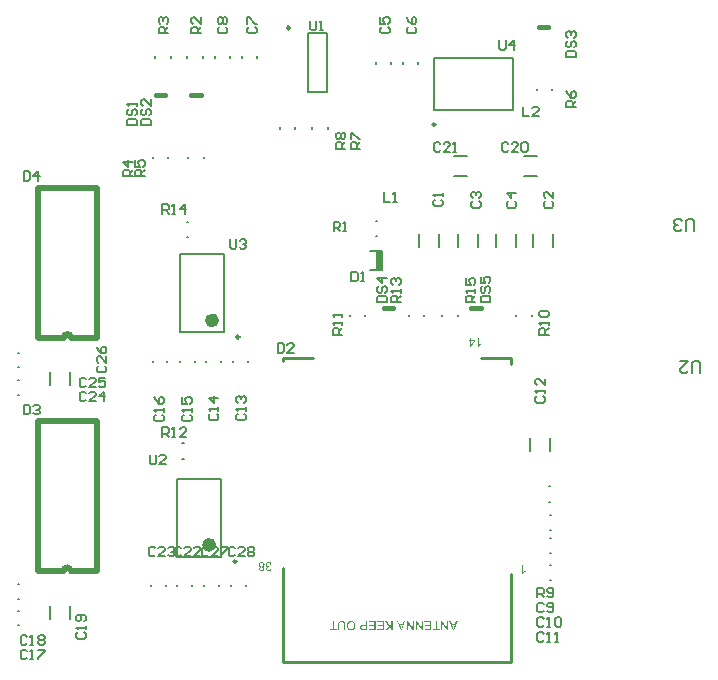
<source format=gto>
G04*
G04 #@! TF.GenerationSoftware,Altium Limited,Altium Designer,18.1.7 (191)*
G04*
G04 Layer_Color=65535*
%FSLAX25Y25*%
%MOIN*%
G70*
G01*
G75*
%ADD10C,0.01968*%
%ADD11C,0.00984*%
%ADD12C,0.02362*%
%ADD13C,0.00787*%
%ADD14C,0.01575*%
%ADD15C,0.01000*%
%ADD16C,0.00700*%
%ADD17R,0.02362X0.06299*%
G36*
X209464Y-205808D02*
X209031D01*
X207791Y-202781D01*
X208247D01*
X208598Y-203696D01*
X209871D01*
X210199Y-202781D01*
X210622D01*
X209464Y-205808D01*
D02*
G37*
G36*
X192080D02*
X191647D01*
X190407Y-202781D01*
X190863D01*
X191214Y-203696D01*
X192487D01*
X192815Y-202781D01*
X193238D01*
X192080Y-205808D01*
D02*
G37*
G36*
X188931D02*
X188531D01*
Y-204309D01*
X187029Y-205808D01*
X186485D01*
X187754Y-204581D01*
X186429Y-202781D01*
X186960D01*
X188036Y-204309D01*
X188531Y-203830D01*
Y-202781D01*
X188931D01*
Y-205808D01*
D02*
G37*
G36*
X207476D02*
X207066D01*
X205476Y-203430D01*
Y-205808D01*
X205092D01*
Y-202781D01*
X205505D01*
X207093Y-205155D01*
Y-202781D01*
X207476D01*
Y-205808D01*
D02*
G37*
G36*
X199021D02*
X198611D01*
X197020Y-203430D01*
Y-205808D01*
X196636D01*
Y-202781D01*
X197049D01*
X198637Y-205155D01*
Y-202781D01*
X199021D01*
Y-205808D01*
D02*
G37*
G36*
X195967D02*
X195557D01*
X193966Y-203430D01*
Y-205808D01*
X193582D01*
Y-202781D01*
X193996D01*
X195583Y-205155D01*
Y-202781D01*
X195967D01*
Y-205808D01*
D02*
G37*
G36*
X203649Y-205451D02*
X204646D01*
Y-205808D01*
X202252D01*
Y-205451D01*
X203249D01*
Y-202781D01*
X203649D01*
Y-205451D01*
D02*
G37*
G36*
X201828Y-205808D02*
X199637D01*
Y-205451D01*
X201428D01*
Y-204526D01*
X199752D01*
Y-204168D01*
X201428D01*
Y-203138D01*
X199568D01*
Y-202781D01*
X201828D01*
Y-205808D01*
D02*
G37*
G36*
X186084D02*
X183893D01*
Y-205451D01*
X185684D01*
Y-204526D01*
X184008D01*
Y-204168D01*
X185684D01*
Y-203138D01*
X183825D01*
Y-202781D01*
X186084D01*
Y-205808D01*
D02*
G37*
G36*
X183264D02*
X181072D01*
Y-205451D01*
X182863D01*
Y-204526D01*
X181187D01*
Y-204168D01*
X182863D01*
Y-203138D01*
X181004D01*
Y-202781D01*
X183264D01*
Y-205808D01*
D02*
G37*
G36*
X180453D02*
X179206D01*
X179141Y-205805D01*
X179065Y-205802D01*
X178990Y-205795D01*
X178918Y-205788D01*
X178882Y-205785D01*
X178852Y-205779D01*
X178849D01*
X178842Y-205775D01*
X178829D01*
X178816Y-205772D01*
X178796Y-205766D01*
X178773Y-205762D01*
X178721Y-205746D01*
X178662Y-205726D01*
X178599Y-205700D01*
X178537Y-205670D01*
X178478Y-205634D01*
X178475D01*
X178472Y-205631D01*
X178452Y-205615D01*
X178426Y-205592D01*
X178390Y-205559D01*
X178353Y-205520D01*
X178311Y-205467D01*
X178271Y-205411D01*
X178235Y-205342D01*
Y-205339D01*
X178232Y-205332D01*
X178226Y-205323D01*
X178219Y-205310D01*
X178212Y-205293D01*
X178206Y-205270D01*
X178186Y-205221D01*
X178170Y-205159D01*
X178153Y-205090D01*
X178144Y-205011D01*
X178140Y-204929D01*
Y-204926D01*
Y-204913D01*
Y-204893D01*
X178144Y-204864D01*
X178147Y-204831D01*
X178153Y-204795D01*
X178160Y-204752D01*
X178170Y-204703D01*
X178183Y-204654D01*
X178199Y-204601D01*
X178219Y-204549D01*
X178245Y-204493D01*
X178271Y-204437D01*
X178304Y-204381D01*
X178344Y-204329D01*
X178386Y-204276D01*
X178390Y-204273D01*
X178399Y-204267D01*
X178412Y-204253D01*
X178435Y-204234D01*
X178462Y-204214D01*
X178498Y-204191D01*
X178540Y-204168D01*
X178590Y-204145D01*
X178649Y-204119D01*
X178711Y-204096D01*
X178786Y-204073D01*
X178865Y-204053D01*
X178957Y-204037D01*
X179055Y-204024D01*
X179160Y-204014D01*
X179278Y-204011D01*
X180052D01*
Y-202781D01*
X180453D01*
Y-205808D01*
D02*
G37*
G36*
X172036Y-202735D02*
X172072D01*
X172112Y-202738D01*
X172161Y-202745D01*
X172210Y-202751D01*
X172321Y-202768D01*
X172440Y-202794D01*
X172554Y-202830D01*
X172610Y-202850D01*
X172663Y-202876D01*
X172666Y-202879D01*
X172676Y-202882D01*
X172689Y-202892D01*
X172705Y-202902D01*
X172728Y-202919D01*
X172754Y-202938D01*
X172781Y-202958D01*
X172810Y-202984D01*
X172876Y-203043D01*
X172938Y-203115D01*
X172997Y-203201D01*
X173023Y-203250D01*
X173046Y-203299D01*
Y-203302D01*
X173050Y-203312D01*
X173056Y-203328D01*
X173063Y-203351D01*
X173073Y-203378D01*
X173082Y-203414D01*
X173092Y-203453D01*
X173102Y-203499D01*
X173115Y-203552D01*
X173125Y-203607D01*
X173135Y-203670D01*
X173142Y-203738D01*
X173151Y-203811D01*
X173155Y-203889D01*
X173161Y-203971D01*
Y-204060D01*
Y-205808D01*
X172761D01*
Y-204060D01*
Y-204057D01*
Y-204044D01*
Y-204024D01*
Y-203994D01*
X172758Y-203961D01*
Y-203925D01*
X172754Y-203883D01*
X172751Y-203840D01*
X172745Y-203745D01*
X172731Y-203650D01*
X172712Y-203558D01*
X172702Y-203515D01*
X172689Y-203479D01*
Y-203476D01*
X172686Y-203473D01*
X172682Y-203463D01*
X172676Y-203450D01*
X172656Y-203414D01*
X172630Y-203374D01*
X172597Y-203325D01*
X172554Y-203279D01*
X172502Y-203233D01*
X172440Y-203191D01*
X172436D01*
X172430Y-203187D01*
X172420Y-203181D01*
X172407Y-203174D01*
X172390Y-203168D01*
X172367Y-203161D01*
X172345Y-203151D01*
X172318Y-203141D01*
X172253Y-203125D01*
X172177Y-203109D01*
X172092Y-203096D01*
X172000Y-203092D01*
X171957D01*
X171928Y-203096D01*
X171892Y-203099D01*
X171849Y-203102D01*
X171803Y-203109D01*
X171754Y-203118D01*
X171652Y-203141D01*
X171600Y-203158D01*
X171547Y-203178D01*
X171498Y-203201D01*
X171452Y-203227D01*
X171410Y-203256D01*
X171370Y-203292D01*
X171367Y-203296D01*
X171360Y-203302D01*
X171354Y-203315D01*
X171341Y-203332D01*
X171328Y-203355D01*
X171311Y-203384D01*
X171292Y-203420D01*
X171275Y-203463D01*
X171259Y-203512D01*
X171239Y-203568D01*
X171223Y-203630D01*
X171210Y-203699D01*
X171196Y-203778D01*
X171187Y-203863D01*
X171183Y-203958D01*
X171180Y-204060D01*
Y-205808D01*
X170780D01*
Y-204060D01*
Y-204053D01*
Y-204040D01*
Y-204017D01*
Y-203984D01*
X170783Y-203945D01*
X170786Y-203903D01*
X170790Y-203853D01*
X170793Y-203798D01*
X170806Y-203683D01*
X170823Y-203561D01*
X170849Y-203443D01*
X170865Y-203387D01*
X170885Y-203335D01*
Y-203332D01*
X170888Y-203322D01*
X170895Y-203309D01*
X170905Y-203289D01*
X170918Y-203266D01*
X170931Y-203240D01*
X170970Y-203181D01*
X170993Y-203145D01*
X171019Y-203112D01*
X171052Y-203073D01*
X171085Y-203036D01*
X171124Y-203000D01*
X171164Y-202964D01*
X171210Y-202932D01*
X171259Y-202899D01*
X171262Y-202895D01*
X171272Y-202892D01*
X171285Y-202882D01*
X171308Y-202872D01*
X171334Y-202859D01*
X171367Y-202846D01*
X171403Y-202830D01*
X171449Y-202817D01*
X171495Y-202800D01*
X171547Y-202784D01*
X171606Y-202771D01*
X171669Y-202758D01*
X171738Y-202748D01*
X171810Y-202738D01*
X171885Y-202735D01*
X171964Y-202731D01*
X172007D01*
X172036Y-202735D01*
D02*
G37*
G36*
X169343Y-205451D02*
X170340D01*
Y-205808D01*
X167946D01*
Y-205451D01*
X168943D01*
Y-202781D01*
X169343D01*
Y-205451D01*
D02*
G37*
G36*
X175205Y-202735D02*
X175241Y-202738D01*
X175287Y-202741D01*
X175332Y-202748D01*
X175388Y-202758D01*
X175444Y-202768D01*
X175506Y-202781D01*
X175569Y-202797D01*
X175634Y-202817D01*
X175700Y-202840D01*
X175766Y-202869D01*
X175831Y-202899D01*
X175897Y-202935D01*
X175900Y-202938D01*
X175910Y-202945D01*
X175929Y-202958D01*
X175952Y-202974D01*
X175979Y-202994D01*
X176012Y-203020D01*
X176048Y-203050D01*
X176087Y-203082D01*
X176130Y-203122D01*
X176169Y-203165D01*
X176212Y-203210D01*
X176254Y-203260D01*
X176297Y-203315D01*
X176336Y-203371D01*
X176372Y-203433D01*
X176408Y-203499D01*
X176412Y-203502D01*
X176415Y-203515D01*
X176425Y-203535D01*
X176435Y-203561D01*
X176448Y-203594D01*
X176461Y-203633D01*
X176477Y-203676D01*
X176494Y-203729D01*
X176510Y-203781D01*
X176526Y-203840D01*
X176540Y-203903D01*
X176553Y-203968D01*
X176572Y-204106D01*
X176576Y-204181D01*
X176579Y-204253D01*
Y-204257D01*
Y-204263D01*
Y-204273D01*
Y-204286D01*
X176576Y-204306D01*
Y-204326D01*
X176572Y-204378D01*
X176566Y-204440D01*
X176556Y-204516D01*
X176546Y-204594D01*
X176530Y-204683D01*
X176507Y-204778D01*
X176480Y-204873D01*
X176448Y-204972D01*
X176408Y-205070D01*
X176362Y-205169D01*
X176310Y-205260D01*
X176248Y-205352D01*
X176175Y-205434D01*
X176172Y-205437D01*
X176156Y-205454D01*
X176133Y-205474D01*
X176103Y-205500D01*
X176061Y-205533D01*
X176015Y-205569D01*
X175959Y-205608D01*
X175893Y-205647D01*
X175821Y-205687D01*
X175742Y-205726D01*
X175657Y-205762D01*
X175562Y-205795D01*
X175464Y-205821D01*
X175359Y-205841D01*
X175247Y-205857D01*
X175129Y-205861D01*
X175090D01*
X175060Y-205857D01*
X175021Y-205854D01*
X174978Y-205851D01*
X174932Y-205844D01*
X174880Y-205834D01*
X174821Y-205824D01*
X174762Y-205811D01*
X174699Y-205795D01*
X174634Y-205775D01*
X174568Y-205752D01*
X174503Y-205726D01*
X174440Y-205697D01*
X174375Y-205661D01*
X174372Y-205657D01*
X174358Y-205651D01*
X174342Y-205641D01*
X174319Y-205625D01*
X174290Y-205605D01*
X174260Y-205578D01*
X174224Y-205549D01*
X174185Y-205516D01*
X174142Y-205477D01*
X174099Y-205434D01*
X174057Y-205388D01*
X174014Y-205339D01*
X173975Y-205287D01*
X173932Y-205228D01*
X173896Y-205165D01*
X173860Y-205100D01*
X173856Y-205096D01*
X173853Y-205083D01*
X173843Y-205064D01*
X173834Y-205037D01*
X173817Y-205005D01*
X173804Y-204962D01*
X173788Y-204916D01*
X173771Y-204864D01*
X173755Y-204808D01*
X173738Y-204745D01*
X173722Y-204677D01*
X173709Y-204608D01*
X173699Y-204532D01*
X173689Y-204453D01*
X173686Y-204375D01*
X173683Y-204290D01*
Y-204283D01*
Y-204270D01*
Y-204244D01*
X173686Y-204211D01*
X173689Y-204171D01*
X173693Y-204125D01*
X173699Y-204073D01*
X173706Y-204014D01*
X173715Y-203952D01*
X173729Y-203886D01*
X173742Y-203817D01*
X173761Y-203748D01*
X173784Y-203676D01*
X173807Y-203607D01*
X173837Y-203535D01*
X173870Y-203466D01*
X173873Y-203463D01*
X173880Y-203450D01*
X173889Y-203430D01*
X173902Y-203407D01*
X173922Y-203378D01*
X173945Y-203342D01*
X173975Y-203302D01*
X174004Y-203260D01*
X174040Y-203217D01*
X174080Y-203171D01*
X174126Y-203125D01*
X174171Y-203079D01*
X174221Y-203036D01*
X174276Y-202994D01*
X174335Y-202951D01*
X174398Y-202915D01*
X174401Y-202912D01*
X174414Y-202909D01*
X174431Y-202899D01*
X174457Y-202886D01*
X174490Y-202872D01*
X174526Y-202856D01*
X174568Y-202840D01*
X174618Y-202823D01*
X174670Y-202807D01*
X174726Y-202790D01*
X174788Y-202774D01*
X174850Y-202761D01*
X174988Y-202738D01*
X175060Y-202735D01*
X175132Y-202731D01*
X175175D01*
X175205Y-202735D01*
D02*
G37*
G36*
X232515Y-186396D02*
X232522Y-186389D01*
X232538Y-186373D01*
X232568Y-186350D01*
X232610Y-186317D01*
X232660Y-186277D01*
X232722Y-186235D01*
X232791Y-186189D01*
X232870Y-186140D01*
X232873D01*
X232879Y-186133D01*
X232889Y-186127D01*
X232906Y-186120D01*
X232925Y-186107D01*
X232948Y-186097D01*
X233001Y-186068D01*
X233060Y-186038D01*
X233125Y-186005D01*
X233194Y-185976D01*
X233260Y-185950D01*
Y-186307D01*
X233257Y-186310D01*
X233247Y-186314D01*
X233230Y-186323D01*
X233207Y-186333D01*
X233181Y-186346D01*
X233148Y-186366D01*
X233112Y-186386D01*
X233076Y-186405D01*
X232991Y-186458D01*
X232899Y-186520D01*
X232804Y-186586D01*
X232715Y-186661D01*
X232712Y-186665D01*
X232705Y-186671D01*
X232692Y-186681D01*
X232676Y-186697D01*
X232660Y-186717D01*
X232637Y-186737D01*
X232587Y-186793D01*
X232532Y-186852D01*
X232476Y-186920D01*
X232427Y-186993D01*
X232384Y-187068D01*
X232145D01*
Y-184031D01*
X232515D01*
Y-186396D01*
D02*
G37*
G36*
X215236Y-108968D02*
X216554D01*
Y-109309D01*
X215170Y-111271D01*
X214865D01*
Y-109309D01*
X214455D01*
Y-108968D01*
X214865D01*
Y-108243D01*
X215236D01*
Y-108968D01*
D02*
G37*
G36*
X217752Y-110608D02*
X217758Y-110602D01*
X217775Y-110585D01*
X217804Y-110562D01*
X217847Y-110529D01*
X217896Y-110490D01*
X217958Y-110448D01*
X218027Y-110401D01*
X218106Y-110352D01*
X218109D01*
X218116Y-110346D01*
X218125Y-110339D01*
X218142Y-110333D01*
X218162Y-110320D01*
X218184Y-110310D01*
X218237Y-110280D01*
X218296Y-110251D01*
X218362Y-110218D01*
X218430Y-110188D01*
X218496Y-110162D01*
Y-110520D01*
X218493Y-110523D01*
X218483Y-110526D01*
X218466Y-110536D01*
X218444Y-110546D01*
X218417Y-110559D01*
X218385Y-110579D01*
X218349Y-110598D01*
X218312Y-110618D01*
X218227Y-110670D01*
X218135Y-110733D01*
X218040Y-110798D01*
X217952Y-110874D01*
X217948Y-110877D01*
X217942Y-110884D01*
X217929Y-110894D01*
X217912Y-110910D01*
X217896Y-110930D01*
X217873Y-110949D01*
X217824Y-111005D01*
X217768Y-111064D01*
X217712Y-111133D01*
X217663Y-111205D01*
X217620Y-111281D01*
X217381D01*
Y-108243D01*
X217752D01*
Y-110608D01*
D02*
G37*
G36*
X147693Y-183050D02*
X147719D01*
X147755Y-183053D01*
X147794Y-183060D01*
X147837Y-183066D01*
X147886Y-183076D01*
X147939Y-183089D01*
X147991Y-183106D01*
X148047Y-183122D01*
X148102Y-183145D01*
X148158Y-183174D01*
X148211Y-183204D01*
X148266Y-183240D01*
X148316Y-183283D01*
X148319Y-183286D01*
X148326Y-183292D01*
X148339Y-183306D01*
X148358Y-183325D01*
X148378Y-183348D01*
X148401Y-183378D01*
X148424Y-183411D01*
X148450Y-183450D01*
X148476Y-183489D01*
X148503Y-183538D01*
X148529Y-183588D01*
X148552Y-183643D01*
X148572Y-183703D01*
X148591Y-183765D01*
X148604Y-183830D01*
X148614Y-183899D01*
X148243Y-183949D01*
Y-183945D01*
X148240Y-183935D01*
X148237Y-183919D01*
X148230Y-183896D01*
X148224Y-183870D01*
X148217Y-183840D01*
X148194Y-183771D01*
X148165Y-183696D01*
X148129Y-183621D01*
X148083Y-183552D01*
X148057Y-183522D01*
X148030Y-183493D01*
X148027D01*
X148024Y-183486D01*
X148014Y-183479D01*
X148004Y-183470D01*
X147971Y-183450D01*
X147925Y-183424D01*
X147870Y-183397D01*
X147807Y-183378D01*
X147732Y-183361D01*
X147653Y-183355D01*
X147627D01*
X147607Y-183358D01*
X147588Y-183361D01*
X147558Y-183365D01*
X147499Y-183378D01*
X147427Y-183397D01*
X147351Y-183430D01*
X147315Y-183453D01*
X147279Y-183476D01*
X147243Y-183502D01*
X147207Y-183535D01*
X147204Y-183538D01*
X147201Y-183545D01*
X147191Y-183555D01*
X147178Y-183568D01*
X147164Y-183584D01*
X147151Y-183607D01*
X147135Y-183630D01*
X147115Y-183660D01*
X147082Y-183725D01*
X147056Y-183801D01*
X147033Y-183889D01*
X147030Y-183935D01*
X147027Y-183984D01*
Y-183988D01*
Y-183994D01*
Y-184011D01*
X147030Y-184027D01*
X147033Y-184050D01*
X147037Y-184073D01*
X147046Y-184132D01*
X147069Y-184201D01*
X147099Y-184270D01*
X147118Y-184306D01*
X147142Y-184339D01*
X147168Y-184372D01*
X147197Y-184404D01*
X147201Y-184408D01*
X147204Y-184411D01*
X147214Y-184421D01*
X147227Y-184431D01*
X147243Y-184444D01*
X147263Y-184457D01*
X147312Y-184490D01*
X147374Y-184519D01*
X147447Y-184545D01*
X147529Y-184565D01*
X147574Y-184568D01*
X147620Y-184572D01*
X147640D01*
X147663Y-184568D01*
X147693D01*
X147732Y-184562D01*
X147775Y-184555D01*
X147827Y-184545D01*
X147883Y-184532D01*
X147843Y-184857D01*
X147837D01*
X147820Y-184854D01*
X147801Y-184851D01*
X147758D01*
X147742Y-184854D01*
X147719D01*
X147696Y-184857D01*
X147640Y-184867D01*
X147574Y-184880D01*
X147502Y-184903D01*
X147427Y-184932D01*
X147355Y-184975D01*
X147351D01*
X147345Y-184982D01*
X147338Y-184988D01*
X147325Y-184998D01*
X147292Y-185028D01*
X147256Y-185070D01*
X147223Y-185123D01*
X147191Y-185188D01*
X147178Y-185224D01*
X147171Y-185267D01*
X147164Y-185310D01*
X147161Y-185356D01*
Y-185359D01*
Y-185365D01*
Y-185375D01*
X147164Y-185392D01*
X147168Y-185428D01*
X147178Y-185477D01*
X147194Y-185529D01*
X147220Y-185585D01*
X147256Y-185644D01*
X147276Y-185670D01*
X147302Y-185697D01*
X147309Y-185703D01*
X147328Y-185716D01*
X147358Y-185739D01*
X147397Y-185766D01*
X147450Y-185789D01*
X147512Y-185811D01*
X147581Y-185825D01*
X147660Y-185831D01*
X147679D01*
X147696Y-185828D01*
X147715D01*
X147735Y-185825D01*
X147788Y-185815D01*
X147843Y-185798D01*
X147906Y-185772D01*
X147965Y-185739D01*
X148024Y-185693D01*
X148030Y-185687D01*
X148047Y-185667D01*
X148073Y-185638D01*
X148099Y-185592D01*
X148132Y-185536D01*
X148161Y-185464D01*
X148188Y-185382D01*
X148207Y-185287D01*
X148578Y-185352D01*
Y-185356D01*
X148575Y-185369D01*
X148572Y-185388D01*
X148565Y-185415D01*
X148555Y-185444D01*
X148545Y-185480D01*
X148532Y-185520D01*
X148516Y-185562D01*
X148473Y-185657D01*
X148450Y-185703D01*
X148421Y-185752D01*
X148388Y-185798D01*
X148352Y-185844D01*
X148312Y-185890D01*
X148270Y-185930D01*
X148266Y-185933D01*
X148260Y-185939D01*
X148243Y-185949D01*
X148227Y-185962D01*
X148201Y-185979D01*
X148175Y-185995D01*
X148142Y-186015D01*
X148102Y-186035D01*
X148063Y-186051D01*
X148017Y-186071D01*
X147968Y-186087D01*
X147915Y-186103D01*
X147856Y-186117D01*
X147798Y-186126D01*
X147735Y-186133D01*
X147669Y-186136D01*
X147627D01*
X147604Y-186133D01*
X147581Y-186130D01*
X147519Y-186123D01*
X147450Y-186110D01*
X147371Y-186090D01*
X147292Y-186064D01*
X147214Y-186028D01*
X147210D01*
X147204Y-186025D01*
X147194Y-186018D01*
X147178Y-186008D01*
X147142Y-185985D01*
X147096Y-185952D01*
X147043Y-185910D01*
X146991Y-185861D01*
X146938Y-185805D01*
X146892Y-185739D01*
Y-185736D01*
X146889Y-185733D01*
X146882Y-185720D01*
X146876Y-185706D01*
X146866Y-185690D01*
X146856Y-185670D01*
X146836Y-185621D01*
X146817Y-185562D01*
X146797Y-185497D01*
X146784Y-185424D01*
X146781Y-185349D01*
Y-185346D01*
Y-185339D01*
Y-185329D01*
Y-185316D01*
X146787Y-185277D01*
X146794Y-185231D01*
X146807Y-185175D01*
X146827Y-185116D01*
X146853Y-185054D01*
X146889Y-184992D01*
Y-184988D01*
X146892Y-184985D01*
X146909Y-184965D01*
X146932Y-184936D01*
X146968Y-184900D01*
X147010Y-184857D01*
X147066Y-184814D01*
X147128Y-184775D01*
X147201Y-184736D01*
X147197D01*
X147187Y-184732D01*
X147174Y-184729D01*
X147155Y-184722D01*
X147135Y-184716D01*
X147109Y-184706D01*
X147046Y-184680D01*
X146981Y-184644D01*
X146912Y-184601D01*
X146843Y-184545D01*
X146784Y-184476D01*
X146781Y-184473D01*
X146777Y-184467D01*
X146771Y-184457D01*
X146761Y-184441D01*
X146748Y-184424D01*
X146735Y-184401D01*
X146722Y-184375D01*
X146709Y-184342D01*
X146695Y-184309D01*
X146682Y-184273D01*
X146656Y-184191D01*
X146640Y-184096D01*
X146633Y-184044D01*
Y-183991D01*
Y-183988D01*
Y-183975D01*
X146636Y-183952D01*
Y-183925D01*
X146643Y-183889D01*
X146650Y-183850D01*
X146656Y-183807D01*
X146669Y-183758D01*
X146686Y-183706D01*
X146705Y-183653D01*
X146728Y-183598D01*
X146758Y-183542D01*
X146791Y-183483D01*
X146830Y-183427D01*
X146872Y-183371D01*
X146925Y-183319D01*
X146928Y-183315D01*
X146938Y-183306D01*
X146955Y-183292D01*
X146977Y-183276D01*
X147004Y-183256D01*
X147040Y-183233D01*
X147079Y-183207D01*
X147125Y-183184D01*
X147174Y-183158D01*
X147230Y-183132D01*
X147289Y-183109D01*
X147355Y-183089D01*
X147424Y-183073D01*
X147496Y-183060D01*
X147571Y-183050D01*
X147653Y-183046D01*
X147669D01*
X147693Y-183050D01*
D02*
G37*
G36*
X145315Y-183053D02*
X145347D01*
X145383Y-183056D01*
X145429Y-183063D01*
X145478Y-183073D01*
X145531Y-183082D01*
X145587Y-183096D01*
X145646Y-183115D01*
X145705Y-183135D01*
X145767Y-183161D01*
X145826Y-183191D01*
X145885Y-183227D01*
X145944Y-183266D01*
X145997Y-183312D01*
X146000Y-183315D01*
X146010Y-183325D01*
X146023Y-183338D01*
X146039Y-183361D01*
X146059Y-183388D01*
X146082Y-183417D01*
X146108Y-183453D01*
X146131Y-183496D01*
X146157Y-183542D01*
X146184Y-183591D01*
X146207Y-183647D01*
X146226Y-183703D01*
X146243Y-183765D01*
X146256Y-183834D01*
X146266Y-183903D01*
X146269Y-183975D01*
Y-183978D01*
Y-183988D01*
Y-184004D01*
X146266Y-184024D01*
Y-184050D01*
X146262Y-184080D01*
X146256Y-184113D01*
X146249Y-184149D01*
X146233Y-184224D01*
X146207Y-184306D01*
X146171Y-184388D01*
X146148Y-184427D01*
X146121Y-184467D01*
X146118Y-184470D01*
X146115Y-184476D01*
X146105Y-184486D01*
X146092Y-184500D01*
X146079Y-184516D01*
X146059Y-184532D01*
X146036Y-184555D01*
X146010Y-184575D01*
X145951Y-184621D01*
X145879Y-184667D01*
X145793Y-184706D01*
X145695Y-184739D01*
X145698D01*
X145705Y-184742D01*
X145718Y-184749D01*
X145731Y-184755D01*
X145751Y-184762D01*
X145774Y-184775D01*
X145823Y-184801D01*
X145879Y-184834D01*
X145934Y-184877D01*
X145990Y-184923D01*
X146036Y-184978D01*
Y-184982D01*
X146039Y-184985D01*
X146046Y-184995D01*
X146053Y-185008D01*
X146072Y-185041D01*
X146092Y-185083D01*
X146112Y-185139D01*
X146131Y-185205D01*
X146144Y-185277D01*
X146148Y-185356D01*
Y-185359D01*
Y-185369D01*
X146144Y-185388D01*
Y-185411D01*
X146141Y-185438D01*
X146134Y-185470D01*
X146128Y-185506D01*
X146118Y-185549D01*
X146105Y-185592D01*
X146089Y-185634D01*
X146072Y-185680D01*
X146049Y-185730D01*
X146020Y-185775D01*
X145990Y-185821D01*
X145954Y-185867D01*
X145911Y-185910D01*
X145908Y-185913D01*
X145902Y-185920D01*
X145888Y-185930D01*
X145869Y-185946D01*
X145846Y-185962D01*
X145816Y-185982D01*
X145783Y-186002D01*
X145744Y-186025D01*
X145702Y-186044D01*
X145652Y-186064D01*
X145603Y-186084D01*
X145547Y-186100D01*
X145485Y-186117D01*
X145423Y-186126D01*
X145354Y-186133D01*
X145282Y-186136D01*
X145242D01*
X145216Y-186133D01*
X145183Y-186130D01*
X145144Y-186123D01*
X145101Y-186117D01*
X145052Y-186107D01*
X145003Y-186094D01*
X144950Y-186081D01*
X144898Y-186061D01*
X144845Y-186038D01*
X144790Y-186012D01*
X144740Y-185979D01*
X144688Y-185946D01*
X144642Y-185903D01*
X144639Y-185900D01*
X144632Y-185893D01*
X144619Y-185880D01*
X144603Y-185864D01*
X144586Y-185841D01*
X144567Y-185815D01*
X144544Y-185782D01*
X144521Y-185749D01*
X144498Y-185710D01*
X144475Y-185667D01*
X144455Y-185621D01*
X144439Y-185572D01*
X144422Y-185520D01*
X144409Y-185464D01*
X144403Y-185405D01*
X144399Y-185346D01*
Y-185343D01*
Y-185336D01*
Y-185326D01*
Y-185310D01*
X144403Y-185293D01*
X144406Y-185270D01*
X144413Y-185221D01*
X144426Y-185165D01*
X144445Y-185103D01*
X144475Y-185041D01*
X144511Y-184978D01*
Y-184975D01*
X144518Y-184972D01*
X144531Y-184952D01*
X144557Y-184926D01*
X144593Y-184890D01*
X144642Y-184854D01*
X144698Y-184811D01*
X144767Y-184775D01*
X144845Y-184739D01*
X144842D01*
X144832Y-184736D01*
X144819Y-184729D01*
X144799Y-184722D01*
X144777Y-184713D01*
X144750Y-184700D01*
X144688Y-184667D01*
X144619Y-184627D01*
X144550Y-184575D01*
X144481Y-184516D01*
X144422Y-184444D01*
X144419Y-184441D01*
X144416Y-184434D01*
X144409Y-184424D01*
X144399Y-184408D01*
X144389Y-184388D01*
X144376Y-184365D01*
X144363Y-184339D01*
X144347Y-184309D01*
X144321Y-184240D01*
X144298Y-184158D01*
X144281Y-184066D01*
X144275Y-184017D01*
Y-183965D01*
Y-183962D01*
Y-183949D01*
X144278Y-183929D01*
Y-183899D01*
X144285Y-183867D01*
X144288Y-183827D01*
X144298Y-183784D01*
X144307Y-183739D01*
X144324Y-183686D01*
X144340Y-183634D01*
X144363Y-183581D01*
X144389Y-183525D01*
X144422Y-183470D01*
X144458Y-183417D01*
X144501Y-183361D01*
X144550Y-183312D01*
X144553Y-183309D01*
X144563Y-183302D01*
X144580Y-183289D01*
X144599Y-183273D01*
X144629Y-183250D01*
X144662Y-183230D01*
X144701Y-183204D01*
X144744Y-183181D01*
X144793Y-183158D01*
X144849Y-183132D01*
X144908Y-183112D01*
X144970Y-183092D01*
X145039Y-183073D01*
X145111Y-183060D01*
X145190Y-183053D01*
X145272Y-183050D01*
X145291D01*
X145315Y-183053D01*
D02*
G37*
%LPC*%
G36*
X209756Y-204021D02*
X208723D01*
X209041Y-204860D01*
Y-204864D01*
X209048Y-204877D01*
X209054Y-204896D01*
X209064Y-204926D01*
X209077Y-204955D01*
X209090Y-204995D01*
X209107Y-205037D01*
X209123Y-205083D01*
X209156Y-205185D01*
X209192Y-205290D01*
X209228Y-205395D01*
X209258Y-205493D01*
Y-205490D01*
X209261Y-205480D01*
X209264Y-205464D01*
X209267Y-205444D01*
X209274Y-205415D01*
X209280Y-205385D01*
X209290Y-205349D01*
X209300Y-205310D01*
X209310Y-205267D01*
X209323Y-205221D01*
X209353Y-205123D01*
X209385Y-205018D01*
X209422Y-204909D01*
X209756Y-204021D01*
D02*
G37*
G36*
X192372D02*
X191339D01*
X191657Y-204860D01*
Y-204864D01*
X191664Y-204877D01*
X191670Y-204896D01*
X191680Y-204926D01*
X191693Y-204955D01*
X191706Y-204995D01*
X191723Y-205037D01*
X191739Y-205083D01*
X191772Y-205185D01*
X191808Y-205290D01*
X191844Y-205395D01*
X191874Y-205493D01*
Y-205490D01*
X191877Y-205480D01*
X191880Y-205464D01*
X191883Y-205444D01*
X191890Y-205415D01*
X191896Y-205385D01*
X191906Y-205349D01*
X191916Y-205310D01*
X191926Y-205267D01*
X191939Y-205221D01*
X191969Y-205123D01*
X192001Y-205018D01*
X192038Y-204909D01*
X192372Y-204021D01*
D02*
G37*
G36*
X180052Y-204368D02*
X179236D01*
X179209Y-204372D01*
X179177D01*
X179141Y-204375D01*
X179098Y-204381D01*
X179055Y-204388D01*
X178963Y-204404D01*
X178872Y-204431D01*
X178829Y-204447D01*
X178790Y-204467D01*
X178750Y-204486D01*
X178718Y-204513D01*
X178714Y-204516D01*
X178711Y-204519D01*
X178701Y-204529D01*
X178691Y-204539D01*
X178665Y-204572D01*
X178636Y-204618D01*
X178606Y-204677D01*
X178580Y-204745D01*
X178560Y-204827D01*
X178557Y-204870D01*
X178553Y-204919D01*
Y-204923D01*
Y-204929D01*
Y-204939D01*
Y-204952D01*
X178560Y-204988D01*
X178567Y-205031D01*
X178576Y-205083D01*
X178596Y-205136D01*
X178619Y-205191D01*
X178652Y-205244D01*
X178655Y-205251D01*
X178668Y-205267D01*
X178691Y-205290D01*
X178718Y-205316D01*
X178757Y-205346D01*
X178799Y-205375D01*
X178849Y-205401D01*
X178904Y-205421D01*
X178908D01*
X178924Y-205424D01*
X178950Y-205431D01*
X178990Y-205437D01*
X179013D01*
X179039Y-205441D01*
X179072Y-205444D01*
X179104Y-205447D01*
X179144D01*
X179183Y-205451D01*
X180052D01*
Y-204368D01*
D02*
G37*
G36*
X175136Y-203073D02*
X175116D01*
X175093Y-203076D01*
X175060Y-203079D01*
X175021Y-203082D01*
X174978Y-203089D01*
X174926Y-203099D01*
X174873Y-203112D01*
X174814Y-203128D01*
X174755Y-203148D01*
X174693Y-203174D01*
X174631Y-203207D01*
X174568Y-203243D01*
X174506Y-203282D01*
X174447Y-203332D01*
X174391Y-203387D01*
X174388Y-203391D01*
X174378Y-203404D01*
X174365Y-203420D01*
X174345Y-203447D01*
X174322Y-203479D01*
X174296Y-203519D01*
X174270Y-203565D01*
X174244Y-203620D01*
X174217Y-203679D01*
X174188Y-203748D01*
X174165Y-203820D01*
X174142Y-203903D01*
X174122Y-203991D01*
X174109Y-204083D01*
X174099Y-204185D01*
X174096Y-204290D01*
Y-204293D01*
Y-204306D01*
Y-204326D01*
X174099Y-204352D01*
Y-204385D01*
X174102Y-204421D01*
X174106Y-204463D01*
X174112Y-204509D01*
X174126Y-204611D01*
X174148Y-204719D01*
X174181Y-204827D01*
X174224Y-204936D01*
Y-204939D01*
X174230Y-204949D01*
X174237Y-204962D01*
X174247Y-204982D01*
X174260Y-205005D01*
X174276Y-205031D01*
X174316Y-205093D01*
X174368Y-205162D01*
X174431Y-205231D01*
X174503Y-205300D01*
X174588Y-205362D01*
X174591Y-205365D01*
X174598Y-205369D01*
X174611Y-205375D01*
X174631Y-205385D01*
X174654Y-205398D01*
X174680Y-205411D01*
X174709Y-205424D01*
X174745Y-205441D01*
X174785Y-205454D01*
X174824Y-205467D01*
X174916Y-205493D01*
X175018Y-205510D01*
X175073Y-205516D01*
X175149D01*
X175169Y-205513D01*
X175201D01*
X175237Y-205506D01*
X175280Y-205500D01*
X175326Y-205490D01*
X175378Y-205480D01*
X175434Y-205464D01*
X175493Y-205444D01*
X175556Y-205421D01*
X175615Y-205392D01*
X175677Y-205359D01*
X175739Y-205319D01*
X175802Y-205274D01*
X175861Y-205221D01*
X175864Y-205218D01*
X175874Y-205208D01*
X175890Y-205188D01*
X175907Y-205165D01*
X175933Y-205133D01*
X175956Y-205093D01*
X175985Y-205044D01*
X176012Y-204991D01*
X176041Y-204926D01*
X176070Y-204854D01*
X176093Y-204775D01*
X176117Y-204686D01*
X176136Y-204591D01*
X176153Y-204486D01*
X176162Y-204372D01*
X176166Y-204247D01*
Y-204240D01*
Y-204224D01*
X176162Y-204194D01*
Y-204155D01*
X176156Y-204109D01*
X176149Y-204057D01*
X176143Y-203998D01*
X176130Y-203935D01*
X176113Y-203866D01*
X176093Y-203794D01*
X176070Y-203725D01*
X176041Y-203653D01*
X176008Y-203581D01*
X175969Y-203512D01*
X175926Y-203447D01*
X175874Y-203384D01*
X175871Y-203381D01*
X175861Y-203371D01*
X175844Y-203355D01*
X175821Y-203335D01*
X175792Y-203312D01*
X175756Y-203286D01*
X175716Y-203256D01*
X175670Y-203230D01*
X175621Y-203201D01*
X175562Y-203171D01*
X175503Y-203145D01*
X175437Y-203122D01*
X175369Y-203102D01*
X175293Y-203086D01*
X175218Y-203076D01*
X175136Y-203073D01*
D02*
G37*
G36*
X216190Y-109309D02*
X215236D01*
Y-110674D01*
X216190Y-109309D01*
D02*
G37*
G36*
X145272Y-183355D02*
X145246D01*
X145226Y-183358D01*
X145203Y-183361D01*
X145177Y-183365D01*
X145114Y-183378D01*
X145045Y-183397D01*
X144970Y-183427D01*
X144934Y-183447D01*
X144898Y-183470D01*
X144862Y-183496D01*
X144829Y-183525D01*
X144826Y-183529D01*
X144823Y-183532D01*
X144813Y-183542D01*
X144803Y-183555D01*
X144790Y-183574D01*
X144773Y-183594D01*
X144757Y-183617D01*
X144740Y-183643D01*
X144711Y-183706D01*
X144681Y-183781D01*
X144662Y-183863D01*
X144659Y-183909D01*
X144655Y-183958D01*
Y-183962D01*
Y-183971D01*
Y-183984D01*
X144659Y-184004D01*
X144662Y-184027D01*
X144665Y-184053D01*
X144678Y-184116D01*
X144698Y-184185D01*
X144731Y-184260D01*
X144750Y-184296D01*
X144777Y-184332D01*
X144803Y-184368D01*
X144836Y-184401D01*
X144839Y-184404D01*
X144842Y-184408D01*
X144852Y-184417D01*
X144868Y-184427D01*
X144885Y-184444D01*
X144904Y-184457D01*
X144931Y-184473D01*
X144957Y-184490D01*
X145023Y-184522D01*
X145098Y-184552D01*
X145187Y-184572D01*
X145232Y-184575D01*
X145282Y-184578D01*
X145308D01*
X145324Y-184575D01*
X145347Y-184572D01*
X145373Y-184568D01*
X145436Y-184555D01*
X145505Y-184536D01*
X145577Y-184506D01*
X145613Y-184486D01*
X145649Y-184463D01*
X145685Y-184434D01*
X145718Y-184404D01*
X145721Y-184401D01*
X145724Y-184398D01*
X145734Y-184388D01*
X145744Y-184375D01*
X145757Y-184355D01*
X145770Y-184335D01*
X145787Y-184312D01*
X145803Y-184286D01*
X145836Y-184224D01*
X145862Y-184149D01*
X145882Y-184063D01*
X145885Y-184021D01*
X145888Y-183971D01*
Y-183968D01*
Y-183965D01*
Y-183945D01*
X145885Y-183912D01*
X145879Y-183873D01*
X145872Y-183827D01*
X145859Y-183775D01*
X145839Y-183719D01*
X145816Y-183663D01*
X145813Y-183657D01*
X145803Y-183640D01*
X145783Y-183611D01*
X145761Y-183578D01*
X145728Y-183542D01*
X145692Y-183506D01*
X145646Y-183466D01*
X145593Y-183433D01*
X145590D01*
X145587Y-183430D01*
X145567Y-183420D01*
X145537Y-183407D01*
X145495Y-183394D01*
X145449Y-183381D01*
X145393Y-183368D01*
X145334Y-183358D01*
X145272Y-183355D01*
D02*
G37*
G36*
Y-184883D02*
X145252D01*
X145236Y-184887D01*
X145216D01*
X145196Y-184890D01*
X145147Y-184900D01*
X145091Y-184916D01*
X145032Y-184939D01*
X144973Y-184972D01*
X144918Y-185018D01*
X144911Y-185024D01*
X144895Y-185041D01*
X144875Y-185070D01*
X144849Y-185110D01*
X144823Y-185155D01*
X144803Y-185214D01*
X144786Y-185277D01*
X144780Y-185346D01*
Y-185349D01*
Y-185356D01*
Y-185365D01*
X144783Y-185382D01*
X144786Y-185418D01*
X144796Y-185467D01*
X144813Y-185520D01*
X144839Y-185579D01*
X144875Y-185634D01*
X144895Y-185664D01*
X144921Y-185690D01*
Y-185693D01*
X144927Y-185697D01*
X144947Y-185713D01*
X144977Y-185736D01*
X145019Y-185762D01*
X145069Y-185785D01*
X145131Y-185808D01*
X145200Y-185825D01*
X145236Y-185831D01*
X145295D01*
X145311Y-185828D01*
X145328D01*
X145351Y-185825D01*
X145400Y-185815D01*
X145456Y-185798D01*
X145515Y-185772D01*
X145574Y-185739D01*
X145629Y-185693D01*
X145636Y-185687D01*
X145652Y-185670D01*
X145672Y-185641D01*
X145698Y-185602D01*
X145724Y-185556D01*
X145744Y-185500D01*
X145761Y-185438D01*
X145767Y-185369D01*
Y-185365D01*
Y-185359D01*
Y-185349D01*
X145764Y-185333D01*
Y-185313D01*
X145761Y-185293D01*
X145751Y-185244D01*
X145734Y-185188D01*
X145711Y-185129D01*
X145679Y-185070D01*
X145633Y-185018D01*
X145626Y-185011D01*
X145606Y-184998D01*
X145577Y-184975D01*
X145534Y-184952D01*
X145485Y-184926D01*
X145423Y-184903D01*
X145351Y-184890D01*
X145272Y-184883D01*
D02*
G37*
%LPD*%
D10*
X81762Y-108287D02*
G03*
X79262Y-108287I-1250J0D01*
G01*
X81762Y-186122D02*
G03*
X79262Y-186122I-1250J0D01*
G01*
X81762Y-108287D02*
X90413D01*
X70610D02*
X79262D01*
X70610D02*
Y-58287D01*
X90413D01*
Y-108287D02*
Y-58287D01*
X81762Y-186122D02*
X90413D01*
X70610D02*
X79262D01*
X70610D02*
Y-136122D01*
X90413D01*
Y-186122D02*
Y-136122D01*
D11*
X154724Y-5029D02*
G03*
X154724Y-5029I-492J0D01*
G01*
X203248Y-37205D02*
G03*
X203248Y-37205I-492J0D01*
G01*
X137894Y-108071D02*
G03*
X137894Y-108071I-492J0D01*
G01*
X136909Y-182874D02*
G03*
X136909Y-182874I-492J0D01*
G01*
D12*
X129921Y-102559D02*
G03*
X129921Y-102559I-1181J0D01*
G01*
X128937Y-177362D02*
G03*
X128937Y-177362I-1181J0D01*
G01*
D13*
X64173Y-195374D02*
X64567D01*
X64173Y-190453D02*
X64567D01*
X64173Y-204232D02*
X64567D01*
X64173Y-199311D02*
X64567D01*
X81496Y-201968D02*
Y-197638D01*
X74803Y-201968D02*
Y-197638D01*
X160630Y-26575D02*
X166929D01*
X160630Y-6890D02*
X166929D01*
Y-26575D02*
Y-6890D01*
X160630Y-26575D02*
Y-6890D01*
X143602Y-14961D02*
Y-14567D01*
X138681Y-14961D02*
Y-14567D01*
X134744Y-14961D02*
Y-14567D01*
X129823Y-14961D02*
Y-14567D01*
X120472Y-14961D02*
Y-14567D01*
X125591Y-14961D02*
Y-14567D01*
X109843Y-14961D02*
Y-14567D01*
X114961Y-14961D02*
Y-14567D01*
X120866Y-48425D02*
Y-48031D01*
X125984Y-48425D02*
Y-48031D01*
X109055Y-48425D02*
Y-48031D01*
X114173Y-48425D02*
Y-48031D01*
X120275Y-69651D02*
X120669D01*
X120275Y-74769D02*
X120669D01*
X209449Y-54528D02*
X213780D01*
X209449Y-47835D02*
X213780D01*
X232677D02*
X237008D01*
X232677Y-54528D02*
X237008D01*
Y-25679D02*
Y-25285D01*
X242126Y-25679D02*
Y-25285D01*
X202756Y-32283D02*
X229134D01*
X202756Y-14961D02*
X229134D01*
X202756Y-32283D02*
Y-14961D01*
X229134Y-32283D02*
Y-14961D01*
X192421Y-16929D02*
Y-16535D01*
X197343Y-16929D02*
Y-16535D01*
X183563Y-16929D02*
Y-16535D01*
X188484Y-16929D02*
Y-16535D01*
X167323Y-38583D02*
Y-38189D01*
X162205Y-38583D02*
Y-38189D01*
X156496Y-38583D02*
Y-38189D01*
X151378Y-38583D02*
Y-38189D01*
X181496Y-85827D02*
X185433D01*
X181496Y-79528D02*
X185433D01*
Y-85827D02*
Y-79528D01*
X183268Y-74409D02*
X183661D01*
X183268Y-69291D02*
X183661D01*
X174606Y-100984D02*
Y-100591D01*
X179724Y-100984D02*
Y-100591D01*
X194291Y-100984D02*
Y-100591D01*
X199409Y-100984D02*
Y-100591D01*
X205512Y-100984D02*
Y-100591D01*
X210630Y-100984D02*
Y-100591D01*
X230197Y-100984D02*
Y-100591D01*
X235315Y-100984D02*
Y-100591D01*
X242520Y-77953D02*
Y-73622D01*
X235827Y-77953D02*
Y-73622D01*
X230118Y-77953D02*
Y-73622D01*
X223425Y-77953D02*
Y-73622D01*
X217323Y-77953D02*
Y-73622D01*
X210630Y-77953D02*
Y-73622D01*
X204528Y-77953D02*
Y-73622D01*
X197835Y-77953D02*
Y-73622D01*
X241339Y-175197D02*
X241732D01*
X241339Y-180118D02*
X241732D01*
X241339Y-167323D02*
X241732D01*
X241339Y-172244D02*
X241732D01*
X241339Y-184055D02*
X241732D01*
X241339Y-188976D02*
X241732D01*
X240945Y-162992D02*
X241339D01*
X240945Y-157874D02*
X241339D01*
X131791Y-116339D02*
Y-115945D01*
X126870Y-116339D02*
Y-115945D01*
X140650Y-116339D02*
Y-115945D01*
X135728Y-116339D02*
Y-115945D01*
X122933Y-116339D02*
Y-115945D01*
X118012Y-116339D02*
Y-115945D01*
X118897Y-143504D02*
X119291D01*
X118897Y-148622D02*
X119291D01*
X113878Y-116339D02*
Y-115945D01*
X108957Y-116339D02*
Y-115945D01*
X81496Y-124213D02*
Y-119882D01*
X74803Y-124213D02*
Y-119882D01*
X64173Y-127461D02*
X64567D01*
X64173Y-122539D02*
X64567D01*
X64173Y-118209D02*
X64567D01*
X64173Y-113287D02*
X64567D01*
X118110Y-80512D02*
X132677D01*
X118110Y-106496D02*
X132677D01*
X118110D02*
Y-80512D01*
X132677Y-106496D02*
Y-80512D01*
X234842Y-146117D02*
Y-141787D01*
X241535Y-146117D02*
Y-141787D01*
X131693Y-181299D02*
Y-155315D01*
X117126Y-181299D02*
Y-155315D01*
Y-181299D02*
X131693D01*
X117126Y-155315D02*
X131693D01*
X108514Y-191142D02*
Y-190748D01*
X113435Y-191142D02*
Y-190748D01*
X117106Y-191142D02*
Y-190748D01*
X122028Y-191142D02*
Y-190748D01*
X135089Y-191142D02*
Y-190748D01*
X140010Y-191142D02*
Y-190748D01*
X126230Y-191142D02*
Y-190748D01*
X131152Y-191142D02*
Y-190748D01*
X65945Y-52903D02*
Y-56102D01*
X67544D01*
X68077Y-55569D01*
Y-53437D01*
X67544Y-52903D01*
X65945D01*
X70743Y-56102D02*
Y-52903D01*
X69144Y-54503D01*
X71276D01*
X67093Y-207964D02*
X66560Y-207431D01*
X65494D01*
X64961Y-207964D01*
Y-210097D01*
X65494Y-210630D01*
X66560D01*
X67093Y-210097D01*
X68160Y-210630D02*
X69226D01*
X68693D01*
Y-207431D01*
X68160Y-207964D01*
X70825D02*
X71359Y-207431D01*
X72425D01*
X72958Y-207964D01*
Y-208497D01*
X72425Y-209030D01*
X72958Y-209564D01*
Y-210097D01*
X72425Y-210630D01*
X71359D01*
X70825Y-210097D01*
Y-209564D01*
X71359Y-209030D01*
X70825Y-208497D01*
Y-207964D01*
X71359Y-209030D02*
X72425D01*
X67093Y-212885D02*
X66560Y-212352D01*
X65494D01*
X64961Y-212885D01*
Y-215018D01*
X65494Y-215551D01*
X66560D01*
X67093Y-215018D01*
X68160Y-215551D02*
X69226D01*
X68693D01*
Y-212352D01*
X68160Y-212885D01*
X70825Y-212352D02*
X72958D01*
Y-212885D01*
X70825Y-215018D01*
Y-215551D01*
X83948Y-206529D02*
X83415Y-207062D01*
Y-208128D01*
X83948Y-208661D01*
X86081D01*
X86614Y-208128D01*
Y-207062D01*
X86081Y-206529D01*
X86614Y-205462D02*
Y-204396D01*
Y-204929D01*
X83415D01*
X83948Y-205462D01*
X86081Y-202797D02*
X86614Y-202263D01*
Y-201197D01*
X86081Y-200664D01*
X83948D01*
X83415Y-201197D01*
Y-202263D01*
X83948Y-202797D01*
X84482D01*
X85015Y-202263D01*
Y-200664D01*
X161417Y-2706D02*
Y-5372D01*
X161951Y-5906D01*
X163017D01*
X163550Y-5372D01*
Y-2706D01*
X164616Y-5906D02*
X165683D01*
X165149D01*
Y-2706D01*
X164616Y-3240D01*
X140937Y-4757D02*
X140403Y-5290D01*
Y-6357D01*
X140937Y-6890D01*
X143069D01*
X143602Y-6357D01*
Y-5290D01*
X143069Y-4757D01*
X140403Y-3691D02*
Y-1558D01*
X140937D01*
X143069Y-3691D01*
X143602D01*
X131193Y-4757D02*
X130659Y-5290D01*
Y-6357D01*
X131193Y-6890D01*
X133325D01*
X133858Y-6357D01*
Y-5290D01*
X133325Y-4757D01*
X131193Y-3691D02*
X130659Y-3158D01*
Y-2091D01*
X131193Y-1558D01*
X131726D01*
X132259Y-2091D01*
X132792Y-1558D01*
X133325D01*
X133858Y-2091D01*
Y-3158D01*
X133325Y-3691D01*
X132792D01*
X132259Y-3158D01*
X131726Y-3691D01*
X131193D01*
X132259Y-3158D02*
Y-2091D01*
X125000Y-6890D02*
X121801D01*
Y-5290D01*
X122334Y-4757D01*
X123400D01*
X123934Y-5290D01*
Y-6890D01*
Y-5823D02*
X125000Y-4757D01*
Y-1558D02*
Y-3691D01*
X122867Y-1558D01*
X122334D01*
X121801Y-2091D01*
Y-3158D01*
X122334Y-3691D01*
X114173Y-6890D02*
X110974D01*
Y-5290D01*
X111507Y-4757D01*
X112574D01*
X113107Y-5290D01*
Y-6890D01*
Y-5823D02*
X114173Y-4757D01*
X111507Y-3691D02*
X110974Y-3158D01*
Y-2091D01*
X111507Y-1558D01*
X112041D01*
X112574Y-2091D01*
Y-2624D01*
Y-2091D01*
X113107Y-1558D01*
X113640D01*
X114173Y-2091D01*
Y-3158D01*
X113640Y-3691D01*
X105069Y-37402D02*
X108268D01*
Y-35802D01*
X107735Y-35269D01*
X105602D01*
X105069Y-35802D01*
Y-37402D01*
X105602Y-32070D02*
X105069Y-32603D01*
Y-33669D01*
X105602Y-34203D01*
X106135D01*
X106668Y-33669D01*
Y-32603D01*
X107201Y-32070D01*
X107735D01*
X108268Y-32603D01*
Y-33669D01*
X107735Y-34203D01*
X108268Y-28871D02*
Y-31004D01*
X106135Y-28871D01*
X105602D01*
X105069Y-29404D01*
Y-30470D01*
X105602Y-31004D01*
X100541Y-37402D02*
X103740D01*
Y-35802D01*
X103207Y-35269D01*
X101074D01*
X100541Y-35802D01*
Y-37402D01*
X101074Y-32070D02*
X100541Y-32603D01*
Y-33669D01*
X101074Y-34203D01*
X101608D01*
X102141Y-33669D01*
Y-32603D01*
X102674Y-32070D01*
X103207D01*
X103740Y-32603D01*
Y-33669D01*
X103207Y-34203D01*
X103740Y-31004D02*
Y-29937D01*
Y-30470D01*
X100541D01*
X101074Y-31004D01*
X106299Y-54500D02*
X103100D01*
Y-52900D01*
X103633Y-52367D01*
X104700D01*
X105233Y-52900D01*
Y-54500D01*
Y-53434D02*
X106299Y-52367D01*
X103100Y-49168D02*
Y-51301D01*
X104700D01*
X104167Y-50235D01*
Y-49701D01*
X104700Y-49168D01*
X105766D01*
X106299Y-49701D01*
Y-50768D01*
X105766Y-51301D01*
X102362Y-54500D02*
X99163D01*
Y-52900D01*
X99696Y-52367D01*
X100763D01*
X101296Y-52900D01*
Y-54500D01*
Y-53434D02*
X102362Y-52367D01*
Y-49701D02*
X99163D01*
X100763Y-51301D01*
Y-49168D01*
X112205Y-66929D02*
Y-63730D01*
X113804D01*
X114337Y-64263D01*
Y-65330D01*
X113804Y-65863D01*
X112205D01*
X113271D02*
X114337Y-66929D01*
X115404D02*
X116470D01*
X115937D01*
Y-63730D01*
X115404Y-64263D01*
X119669Y-66929D02*
Y-63730D01*
X118070Y-65330D01*
X120202D01*
X204889Y-43594D02*
X204355Y-43061D01*
X203289D01*
X202756Y-43594D01*
Y-45727D01*
X203289Y-46260D01*
X204355D01*
X204889Y-45727D01*
X208087Y-46260D02*
X205955D01*
X208087Y-44127D01*
Y-43594D01*
X207554Y-43061D01*
X206488D01*
X205955Y-43594D01*
X209154Y-46260D02*
X210220D01*
X209687D01*
Y-43061D01*
X209154Y-43594D01*
X227526D02*
X226993Y-43061D01*
X225927D01*
X225394Y-43594D01*
Y-45727D01*
X225927Y-46260D01*
X226993D01*
X227526Y-45727D01*
X230725Y-46260D02*
X228593D01*
X230725Y-44127D01*
Y-43594D01*
X230192Y-43061D01*
X229126D01*
X228593Y-43594D01*
X231792D02*
X232325Y-43061D01*
X233391D01*
X233924Y-43594D01*
Y-45727D01*
X233391Y-46260D01*
X232325D01*
X231792Y-45727D01*
Y-43594D01*
X232283Y-31250D02*
Y-34449D01*
X234416D01*
X237615D02*
X235482D01*
X237615Y-32316D01*
Y-31783D01*
X237082Y-31250D01*
X236016D01*
X235482Y-31783D01*
X250000Y-31496D02*
X246801D01*
Y-29897D01*
X247334Y-29363D01*
X248400D01*
X248934Y-29897D01*
Y-31496D01*
Y-30430D02*
X250000Y-29363D01*
X246801Y-26164D02*
X247334Y-27231D01*
X248400Y-28297D01*
X249467D01*
X250000Y-27764D01*
Y-26698D01*
X249467Y-26164D01*
X248934D01*
X248400Y-26698D01*
Y-28297D01*
X246801Y-14764D02*
X250000D01*
Y-13164D01*
X249467Y-12631D01*
X247334D01*
X246801Y-13164D01*
Y-14764D01*
X247334Y-9432D02*
X246801Y-9965D01*
Y-11032D01*
X247334Y-11565D01*
X247867D01*
X248400Y-11032D01*
Y-9965D01*
X248934Y-9432D01*
X249467D01*
X250000Y-9965D01*
Y-11032D01*
X249467Y-11565D01*
X247334Y-8366D02*
X246801Y-7833D01*
Y-6766D01*
X247334Y-6233D01*
X247867D01*
X248400Y-6766D01*
Y-7299D01*
Y-6766D01*
X248934Y-6233D01*
X249467D01*
X250000Y-6766D01*
Y-7833D01*
X249467Y-8366D01*
X224500Y-9201D02*
Y-11866D01*
X225033Y-12400D01*
X226099D01*
X226633Y-11866D01*
Y-9201D01*
X229298Y-12400D02*
Y-9201D01*
X227699Y-10800D01*
X229832D01*
X194185Y-4757D02*
X193651Y-5290D01*
Y-6357D01*
X194185Y-6890D01*
X196317D01*
X196850Y-6357D01*
Y-5290D01*
X196317Y-4757D01*
X193651Y-1558D02*
X194185Y-2624D01*
X195251Y-3691D01*
X196317D01*
X196850Y-3158D01*
Y-2091D01*
X196317Y-1558D01*
X195784D01*
X195251Y-2091D01*
Y-3691D01*
X185326Y-4757D02*
X184793Y-5290D01*
Y-6357D01*
X185326Y-6890D01*
X187459D01*
X187992Y-6357D01*
Y-5290D01*
X187459Y-4757D01*
X184793Y-1558D02*
Y-3691D01*
X186393D01*
X185860Y-2624D01*
Y-2091D01*
X186393Y-1558D01*
X187459D01*
X187992Y-2091D01*
Y-3158D01*
X187459Y-3691D01*
X178150Y-45276D02*
X174951D01*
Y-43676D01*
X175484Y-43143D01*
X176550D01*
X177083Y-43676D01*
Y-45276D01*
Y-44209D02*
X178150Y-43143D01*
X174951Y-42077D02*
Y-39944D01*
X175484D01*
X177617Y-42077D01*
X178150D01*
X173228Y-45276D02*
X170029D01*
Y-43676D01*
X170563Y-43143D01*
X171629D01*
X172162Y-43676D01*
Y-45276D01*
Y-44209D02*
X173228Y-43143D01*
X170563Y-42077D02*
X170029Y-41543D01*
Y-40477D01*
X170563Y-39944D01*
X171096D01*
X171629Y-40477D01*
X172162Y-39944D01*
X172695D01*
X173228Y-40477D01*
Y-41543D01*
X172695Y-42077D01*
X172162D01*
X171629Y-41543D01*
X171096Y-42077D01*
X170563D01*
X171629Y-41543D02*
Y-40477D01*
X186024Y-59793D02*
Y-62992D01*
X188156D01*
X189223D02*
X190289D01*
X189756D01*
Y-59793D01*
X189223Y-60326D01*
X175197Y-86368D02*
Y-89567D01*
X176796D01*
X177330Y-89034D01*
Y-86901D01*
X176796Y-86368D01*
X175197D01*
X178396Y-89567D02*
X179462D01*
X178929D01*
Y-86368D01*
X178396Y-86901D01*
X169291Y-72835D02*
Y-69636D01*
X170891D01*
X171424Y-70169D01*
Y-71235D01*
X170891Y-71768D01*
X169291D01*
X170358D02*
X171424Y-72835D01*
X172490D02*
X173557D01*
X173023D01*
Y-69636D01*
X172490Y-70169D01*
X172244Y-107283D02*
X169045D01*
Y-105684D01*
X169578Y-105151D01*
X170645D01*
X171178Y-105684D01*
Y-107283D01*
Y-106217D02*
X172244Y-105151D01*
Y-104085D02*
Y-103018D01*
Y-103551D01*
X169045D01*
X169578Y-104085D01*
X172244Y-101419D02*
Y-100352D01*
Y-100885D01*
X169045D01*
X169578Y-101419D01*
X191600Y-96457D02*
X188401D01*
Y-94857D01*
X188934Y-94324D01*
X190000D01*
X190534Y-94857D01*
Y-96457D01*
Y-95390D02*
X191600Y-94324D01*
Y-93258D02*
Y-92191D01*
Y-92725D01*
X188401D01*
X188934Y-93258D01*
Y-90592D02*
X188401Y-90059D01*
Y-88992D01*
X188934Y-88459D01*
X189467D01*
X190000Y-88992D01*
Y-89526D01*
Y-88992D01*
X190534Y-88459D01*
X191067D01*
X191600Y-88992D01*
Y-90059D01*
X191067Y-90592D01*
X183888Y-96457D02*
X187087D01*
Y-94857D01*
X186554Y-94324D01*
X184421D01*
X183888Y-94857D01*
Y-96457D01*
X184421Y-91125D02*
X183888Y-91658D01*
Y-92725D01*
X184421Y-93258D01*
X184954D01*
X185487Y-92725D01*
Y-91658D01*
X186020Y-91125D01*
X186554D01*
X187087Y-91658D01*
Y-92725D01*
X186554Y-93258D01*
X187087Y-88459D02*
X183888D01*
X185487Y-90059D01*
Y-87926D01*
X216535Y-96457D02*
X213336D01*
Y-94857D01*
X213870Y-94324D01*
X214936D01*
X215469Y-94857D01*
Y-96457D01*
Y-95390D02*
X216535Y-94324D01*
Y-93258D02*
Y-92191D01*
Y-92725D01*
X213336D01*
X213870Y-93258D01*
X213336Y-88459D02*
Y-90592D01*
X214936D01*
X214403Y-89526D01*
Y-88992D01*
X214936Y-88459D01*
X216002D01*
X216535Y-88992D01*
Y-90059D01*
X216002Y-90592D01*
X218258Y-96457D02*
X221457D01*
Y-94857D01*
X220923Y-94324D01*
X218791D01*
X218258Y-94857D01*
Y-96457D01*
X218791Y-91125D02*
X218258Y-91658D01*
Y-92725D01*
X218791Y-93258D01*
X219324D01*
X219857Y-92725D01*
Y-91658D01*
X220390Y-91125D01*
X220923D01*
X221457Y-91658D01*
Y-92725D01*
X220923Y-93258D01*
X218258Y-87926D02*
Y-90059D01*
X219857D01*
X219324Y-88992D01*
Y-88459D01*
X219857Y-87926D01*
X220923D01*
X221457Y-88459D01*
Y-89526D01*
X220923Y-90059D01*
X240945Y-107283D02*
X237746D01*
Y-105684D01*
X238279Y-105151D01*
X239345D01*
X239879Y-105684D01*
Y-107283D01*
Y-106217D02*
X240945Y-105151D01*
Y-104085D02*
Y-103018D01*
Y-103551D01*
X237746D01*
X238279Y-104085D01*
Y-101419D02*
X237746Y-100885D01*
Y-99819D01*
X238279Y-99286D01*
X240412D01*
X240945Y-99819D01*
Y-100885D01*
X240412Y-101419D01*
X238279D01*
X239854Y-62828D02*
X239321Y-63361D01*
Y-64428D01*
X239854Y-64961D01*
X241986D01*
X242520Y-64428D01*
Y-63361D01*
X241986Y-62828D01*
X242520Y-59629D02*
Y-61762D01*
X240387Y-59629D01*
X239854D01*
X239321Y-60162D01*
Y-61229D01*
X239854Y-61762D01*
X227452Y-62828D02*
X226919Y-63361D01*
Y-64428D01*
X227452Y-64961D01*
X229585D01*
X230118Y-64428D01*
Y-63361D01*
X229585Y-62828D01*
X230118Y-60162D02*
X226919D01*
X228519Y-61762D01*
Y-59629D01*
X215700Y-62828D02*
X215167Y-63361D01*
Y-64428D01*
X215700Y-64961D01*
X217833D01*
X218366Y-64428D01*
Y-63361D01*
X217833Y-62828D01*
X215700Y-61762D02*
X215167Y-61229D01*
Y-60162D01*
X215700Y-59629D01*
X216234D01*
X216767Y-60162D01*
Y-60695D01*
Y-60162D01*
X217300Y-59629D01*
X217833D01*
X218366Y-60162D01*
Y-61229D01*
X217833Y-61762D01*
X203043Y-62267D02*
X202510Y-62801D01*
Y-63867D01*
X203043Y-64400D01*
X205175D01*
X205709Y-63867D01*
Y-62801D01*
X205175Y-62267D01*
X205709Y-61201D02*
Y-60135D01*
Y-60668D01*
X202510D01*
X203043Y-61201D01*
X239337Y-202059D02*
X238804Y-201525D01*
X237738D01*
X237205Y-202059D01*
Y-204191D01*
X237738Y-204724D01*
X238804D01*
X239337Y-204191D01*
X240404Y-204724D02*
X241470D01*
X240937D01*
Y-201525D01*
X240404Y-202059D01*
X243070D02*
X243603Y-201525D01*
X244669D01*
X245202Y-202059D01*
Y-204191D01*
X244669Y-204724D01*
X243603D01*
X243070Y-204191D01*
Y-202059D01*
X239337Y-197137D02*
X238804Y-196604D01*
X237738D01*
X237205Y-197137D01*
Y-199270D01*
X237738Y-199803D01*
X238804D01*
X239337Y-199270D01*
X240404D02*
X240937Y-199803D01*
X242003D01*
X242536Y-199270D01*
Y-197137D01*
X242003Y-196604D01*
X240937D01*
X240404Y-197137D01*
Y-197670D01*
X240937Y-198204D01*
X242536D01*
X239337Y-206980D02*
X238804Y-206447D01*
X237738D01*
X237205Y-206980D01*
Y-209113D01*
X237738Y-209646D01*
X238804D01*
X239337Y-209113D01*
X240404Y-209646D02*
X241470D01*
X240937D01*
Y-206447D01*
X240404Y-206980D01*
X243070Y-209646D02*
X244136D01*
X243603D01*
Y-206447D01*
X243070Y-206980D01*
X237205Y-194882D02*
Y-191683D01*
X238804D01*
X239337Y-192216D01*
Y-193282D01*
X238804Y-193816D01*
X237205D01*
X238271D02*
X239337Y-194882D01*
X240404Y-194349D02*
X240937Y-194882D01*
X242003D01*
X242536Y-194349D01*
Y-192216D01*
X242003Y-191683D01*
X240937D01*
X240404Y-192216D01*
Y-192749D01*
X240937Y-193282D01*
X242536D01*
X150591Y-110088D02*
Y-113287D01*
X152190D01*
X152723Y-112754D01*
Y-110622D01*
X152190Y-110088D01*
X150591D01*
X155922Y-113287D02*
X153789D01*
X155922Y-111155D01*
Y-110622D01*
X155389Y-110088D01*
X154323D01*
X153789Y-110622D01*
X128240Y-133694D02*
X127707Y-134227D01*
Y-135294D01*
X128240Y-135827D01*
X130372D01*
X130906Y-135294D01*
Y-134227D01*
X130372Y-133694D01*
X130906Y-132628D02*
Y-131562D01*
Y-132095D01*
X127707D01*
X128240Y-132628D01*
X130906Y-128363D02*
X127707D01*
X129306Y-129962D01*
Y-127829D01*
X137344Y-133694D02*
X136811Y-134227D01*
Y-135294D01*
X137344Y-135827D01*
X139477D01*
X140010Y-135294D01*
Y-134227D01*
X139477Y-133694D01*
X140010Y-132628D02*
Y-131562D01*
Y-132095D01*
X136811D01*
X137344Y-132628D01*
Y-129962D02*
X136811Y-129429D01*
Y-128363D01*
X137344Y-127829D01*
X137877D01*
X138410Y-128363D01*
Y-128896D01*
Y-128363D01*
X138944Y-127829D01*
X139477D01*
X140010Y-128363D01*
Y-129429D01*
X139477Y-129962D01*
X119362Y-133989D02*
X118829Y-134522D01*
Y-135589D01*
X119362Y-136122D01*
X121494D01*
X122028Y-135589D01*
Y-134522D01*
X121494Y-133989D01*
X122028Y-132923D02*
Y-131857D01*
Y-132390D01*
X118829D01*
X119362Y-132923D01*
X118829Y-128125D02*
Y-130257D01*
X120428D01*
X119895Y-129191D01*
Y-128658D01*
X120428Y-128125D01*
X121494D01*
X122028Y-128658D01*
Y-129724D01*
X121494Y-130257D01*
X112205Y-141394D02*
Y-138195D01*
X113804D01*
X114337Y-138728D01*
Y-139794D01*
X113804Y-140327D01*
X112205D01*
X113271D02*
X114337Y-141394D01*
X115404D02*
X116470D01*
X115937D01*
Y-138195D01*
X115404Y-138728D01*
X120202Y-141394D02*
X118070D01*
X120202Y-139261D01*
Y-138728D01*
X119669Y-138195D01*
X118603D01*
X118070Y-138728D01*
X109933Y-133989D02*
X109399Y-134522D01*
Y-135589D01*
X109933Y-136122D01*
X112065D01*
X112598Y-135589D01*
Y-134522D01*
X112065Y-133989D01*
X112598Y-132923D02*
Y-131857D01*
Y-132390D01*
X109399D01*
X109933Y-132923D01*
X109399Y-128125D02*
X109933Y-129191D01*
X110999Y-130257D01*
X112065D01*
X112598Y-129724D01*
Y-128658D01*
X112065Y-128125D01*
X111532D01*
X110999Y-128658D01*
Y-130257D01*
X90838Y-117749D02*
X90305Y-118282D01*
Y-119349D01*
X90838Y-119882D01*
X92971D01*
X93504Y-119349D01*
Y-118282D01*
X92971Y-117749D01*
X93504Y-114550D02*
Y-116683D01*
X91371Y-114550D01*
X90838D01*
X90305Y-115083D01*
Y-116150D01*
X90838Y-116683D01*
X90305Y-111351D02*
X90838Y-112417D01*
X91904Y-113484D01*
X92971D01*
X93504Y-112951D01*
Y-111884D01*
X92971Y-111351D01*
X92438D01*
X91904Y-111884D01*
Y-113484D01*
X86778Y-126797D02*
X86245Y-126264D01*
X85179D01*
X84646Y-126797D01*
Y-128930D01*
X85179Y-129463D01*
X86245D01*
X86778Y-128930D01*
X89977Y-129463D02*
X87845D01*
X89977Y-127331D01*
Y-126797D01*
X89444Y-126264D01*
X88378D01*
X87845Y-126797D01*
X92643Y-129463D02*
Y-126264D01*
X91044Y-127864D01*
X93176D01*
X65945Y-130659D02*
Y-133858D01*
X67544D01*
X68077Y-133325D01*
Y-131193D01*
X67544Y-130659D01*
X65945D01*
X69144Y-131193D02*
X69677Y-130659D01*
X70743D01*
X71276Y-131193D01*
Y-131726D01*
X70743Y-132259D01*
X70210D01*
X70743D01*
X71276Y-132792D01*
Y-133325D01*
X70743Y-133858D01*
X69677D01*
X69144Y-133325D01*
X86778Y-122137D02*
X86245Y-121604D01*
X85179D01*
X84646Y-122137D01*
Y-124270D01*
X85179Y-124803D01*
X86245D01*
X86778Y-124270D01*
X89977Y-124803D02*
X87845D01*
X89977Y-122670D01*
Y-122137D01*
X89444Y-121604D01*
X88378D01*
X87845Y-122137D01*
X93176Y-121604D02*
X91044D01*
Y-123204D01*
X92110Y-122670D01*
X92643D01*
X93176Y-123204D01*
Y-124270D01*
X92643Y-124803D01*
X91577D01*
X91044Y-124270D01*
X134744Y-75541D02*
Y-78207D01*
X135277Y-78740D01*
X136344D01*
X136877Y-78207D01*
Y-75541D01*
X137943Y-76074D02*
X138476Y-75541D01*
X139542D01*
X140076Y-76074D01*
Y-76608D01*
X139542Y-77141D01*
X139009D01*
X139542D01*
X140076Y-77674D01*
Y-78207D01*
X139542Y-78740D01*
X138476D01*
X137943Y-78207D01*
X237098Y-127789D02*
X236565Y-128322D01*
Y-129388D01*
X237098Y-129921D01*
X239231D01*
X239764Y-129388D01*
Y-128322D01*
X239231Y-127789D01*
X239764Y-126722D02*
Y-125656D01*
Y-126189D01*
X236565D01*
X237098Y-126722D01*
X239764Y-121924D02*
Y-124056D01*
X237631Y-121924D01*
X237098D01*
X236565Y-122457D01*
Y-123523D01*
X237098Y-124056D01*
X108000Y-147301D02*
Y-149967D01*
X108533Y-150500D01*
X109599D01*
X110133Y-149967D01*
Y-147301D01*
X113332Y-150500D02*
X111199D01*
X113332Y-148367D01*
Y-147834D01*
X112799Y-147301D01*
X111732D01*
X111199Y-147834D01*
X136433Y-178534D02*
X135899Y-178001D01*
X134833D01*
X134300Y-178534D01*
Y-180667D01*
X134833Y-181200D01*
X135899D01*
X136433Y-180667D01*
X139632Y-181200D02*
X137499D01*
X139632Y-179067D01*
Y-178534D01*
X139099Y-178001D01*
X138032D01*
X137499Y-178534D01*
X140698D02*
X141231Y-178001D01*
X142297D01*
X142831Y-178534D01*
Y-179067D01*
X142297Y-179601D01*
X142831Y-180134D01*
Y-180667D01*
X142297Y-181200D01*
X141231D01*
X140698Y-180667D01*
Y-180134D01*
X141231Y-179601D01*
X140698Y-179067D01*
Y-178534D01*
X141231Y-179601D02*
X142297D01*
X127533Y-178534D02*
X126999Y-178001D01*
X125933D01*
X125400Y-178534D01*
Y-180667D01*
X125933Y-181200D01*
X126999D01*
X127533Y-180667D01*
X130732Y-181200D02*
X128599D01*
X130732Y-179067D01*
Y-178534D01*
X130199Y-178001D01*
X129132D01*
X128599Y-178534D01*
X131798Y-178001D02*
X133931D01*
Y-178534D01*
X131798Y-180667D01*
Y-181200D01*
X109833Y-178534D02*
X109300Y-178001D01*
X108233D01*
X107700Y-178534D01*
Y-180667D01*
X108233Y-181200D01*
X109300D01*
X109833Y-180667D01*
X113032Y-181200D02*
X110899D01*
X113032Y-179067D01*
Y-178534D01*
X112498Y-178001D01*
X111432D01*
X110899Y-178534D01*
X114098D02*
X114631Y-178001D01*
X115697D01*
X116231Y-178534D01*
Y-179067D01*
X115697Y-179601D01*
X115164D01*
X115697D01*
X116231Y-180134D01*
Y-180667D01*
X115697Y-181200D01*
X114631D01*
X114098Y-180667D01*
X118433Y-178534D02*
X117900Y-178001D01*
X116833D01*
X116300Y-178534D01*
Y-180667D01*
X116833Y-181200D01*
X117900D01*
X118433Y-180667D01*
X121632Y-181200D02*
X119499D01*
X121632Y-179067D01*
Y-178534D01*
X121098Y-178001D01*
X120032D01*
X119499Y-178534D01*
X124831Y-181200D02*
X122698D01*
X124831Y-179067D01*
Y-178534D01*
X124297Y-178001D01*
X123231D01*
X122698Y-178534D01*
D14*
X121850Y-27461D02*
X125000D01*
X110039D02*
X113189D01*
X237598Y-4823D02*
X240748D01*
X186024Y-98484D02*
X189173D01*
X215217D02*
X218366D01*
D15*
X152551Y-115133D02*
X162394D01*
X152551Y-116117D02*
Y-115133D01*
X218496D02*
X228339D01*
Y-117102D02*
Y-115133D01*
X152551Y-216511D02*
Y-185015D01*
Y-216511D02*
X228339D01*
Y-186983D01*
D16*
X291339Y-120140D02*
Y-116808D01*
X290672Y-116142D01*
X289339D01*
X288673Y-116808D01*
Y-120140D01*
X284674Y-116142D02*
X287340D01*
X284674Y-118807D01*
Y-119474D01*
X285340Y-120140D01*
X286673D01*
X287340Y-119474D01*
X289370Y-72896D02*
Y-69564D01*
X288704Y-68898D01*
X287371D01*
X286704Y-69564D01*
Y-72896D01*
X285371Y-72230D02*
X284705Y-72896D01*
X283372D01*
X282706Y-72230D01*
Y-71563D01*
X283372Y-70897D01*
X284038D01*
X283372D01*
X282706Y-70231D01*
Y-69564D01*
X283372Y-68898D01*
X284705D01*
X285371Y-69564D01*
D17*
X184251Y-82677D02*
D03*
M02*

</source>
